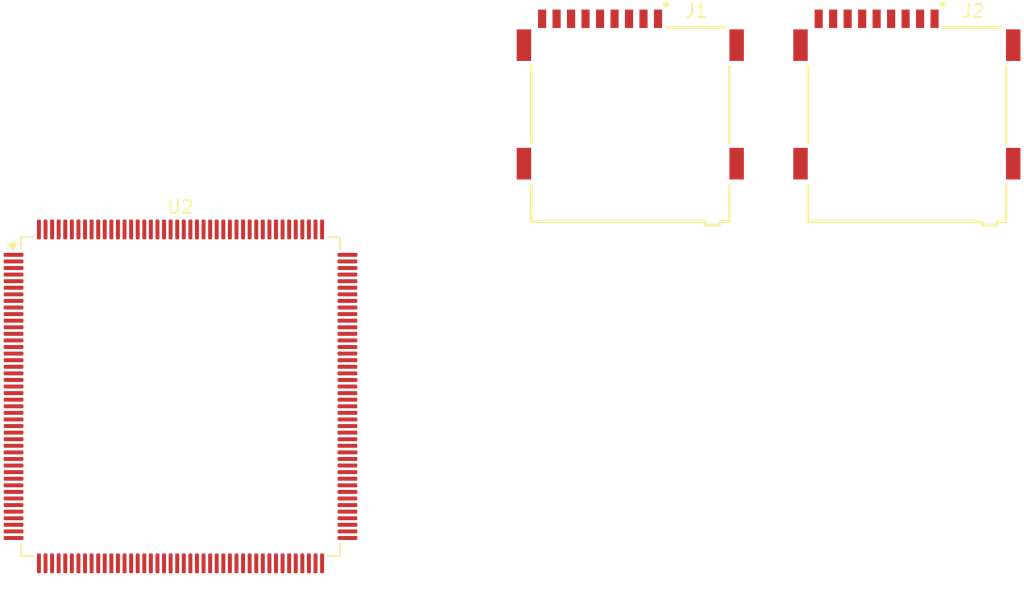
<source format=kicad_pcb>
(kicad_pcb (version 20241229) (generator "pcbnew") (generator_version "9.0")
  (layers (0 "F.Cu" signal) (2 "B.Cu" signal) (13 "F.Paste" user) (15 "B.Paste" user) (5 "F.SilkS" user "F.Silkscreen") (7 "B.SilkS" user "B.Silkscreen") (1 "F.Mask" user) (3 "B.Mask" user) (25 "Edge.Cuts" user))
  (net 0 "")
  (net 1 "VDD")
  (net 3 "VDDDSI")
  (net 6 "GND")
  (net 9 "Net-(U2-VDD33_USB)")
  (net 26 "VDDA")
  (net 28 "Net-(U2-VDD50_USB)")
  (net 46 "VCAP")
  (net 52 "VSSSMPS")
  (net 59 "VSSA")
  (net 78 "VSSDSI")
  (net 119 "/VLXSMPS")
  (net 133 "VDDSMPS")
  (net 134 "VBAT")
  (footprint "UserFootprints:GCT_MEM2075-00-140-01-A" (layer "F.Cu") (at 190 85.5)
    (property "Reference" "J2" (at 5.5 -12 0) (layer "F.SilkS"))
    (property "Value" "Micro_SD_Card_Det1" (hide yes))
    (fp_line (start -7.05 -2) (end -7.05 -7.8) (stroke (width 0.2)) (layer "F.SilkS"))
    (fp_line (start -7.05 3.98) (end -7.05 1.2) (stroke (width 0.2)) (layer "F.SilkS"))
    (fp_line (start -7.05 3.98) (end 6.2 3.98) (stroke (width 0.2)) (layer "F.SilkS"))
    (fp_line (start 3.2 -10.77) (end 7.7 -10.77) (stroke (width 0.2)) (layer "F.SilkS"))
    (fp_line (start 6.2 3.98) (end 6.2 4.23) (stroke (width 0.2)) (layer "F.SilkS"))
    (fp_line (start 6.2 4.23) (end 7.3 4.23) (stroke (width 0.2)) (layer "F.SilkS"))
    (fp_line (start 7.3 3.98) (end 8 3.98) (stroke (width 0.2)) (layer "F.SilkS"))
    (fp_line (start 7.3 4.23) (end 7.3 3.98) (stroke (width 0.2)) (layer "F.SilkS"))
    (fp_line (start 8 -2) (end 8 -7.8) (stroke (width 0.2)) (layer "F.SilkS"))
    (fp_line (start 8 3.98) (end 8 1.2) (stroke (width 0.2)) (layer "F.SilkS"))
    (fp_circle (center 3.2 -12.5) (end 3.32 -12.5) (stroke (width 0.24)) (fill no) (layer "F.SilkS"))
    (pad "" np_thru_hole circle (at -3.4 0) (size 0.95 0.95) (drill 0.95) (layers "*.Cu" "*.Mask"))
    (pad "" np_thru_hole circle (at 3.4 0) (size 0.95 0.95) (drill 0.95) (layers "*.Cu" "*.Mask"))
    (pad "1" smd rect (at 2.58 -11.42) (size 0.62 1.4) (layers "F.Cu" "F.Mask" "F.Paste"))
    (pad "2" smd rect (at 1.48 -11.42) (size 0.62 1.4) (layers "F.Cu" "F.Mask" "F.Paste"))
    (pad "3" smd rect (at 0.38 -11.42) (size 0.62 1.4) (layers "F.Cu" "F.Mask" "F.Paste"))
    (pad "4" smd rect (at -0.72 -11.42) (size 0.62 1.4) (layers "F.Cu" "F.Mask" "F.Paste"))
    (pad "5" smd rect (at -1.82 -11.42) (size 0.62 1.4) (layers "F.Cu" "F.Mask" "F.Paste"))
    (pad "6" smd rect (at -2.92 -11.42) (size 0.62 1.4) (layers "F.Cu" "F.Mask" "F.Paste"))
    (pad "7" smd rect (at -4.02 -11.42) (size 0.62 1.4) (layers "F.Cu" "F.Mask" "F.Paste"))
    (pad "8" smd rect (at -5.12 -11.42) (size 0.62 1.4) (layers "F.Cu" "F.Mask" "F.Paste"))
    (pad "9" smd rect (at -6.22 -11.42) (size 0.62 1.4) (layers "F.Cu" "F.Mask" "F.Paste"))
    (pad "10" smd rect (at -7.6 -9.42) (size 1.1 2.4) (layers "F.Cu" "F.Mask" "F.Paste"))
    (pad "10" smd rect (at -7.6 -0.42) (size 1.1 2.4) (layers "F.Cu" "F.Mask" "F.Paste"))
    (pad "10" smd rect (at 8.55 -9.42) (size 1.1 2.4) (layers "F.Cu" "F.Mask" "F.Paste"))
    (pad "10" smd rect (at 8.55 -0.42) (size 1.1 2.4) (layers "F.Cu" "F.Mask" "F.Paste"))
  )
  (footprint "UserFootprints:GCT_MEM2075-00-140-01-A" (layer "F.Cu") (at 169 85.5)
    (property "Reference" "J1" (at 5.5 -12 0) (layer "F.SilkS"))
    (property "Value" "Micro_SD_Card_Det1" (hide yes))
    (fp_line (start -7.05 -2) (end -7.05 -7.8) (stroke (width 0.2)) (layer "F.SilkS"))
    (fp_line (start -7.05 3.98) (end -7.05 1.2) (stroke (width 0.2)) (layer "F.SilkS"))
    (fp_line (start -7.05 3.98) (end 6.2 3.98) (stroke (width 0.2)) (layer "F.SilkS"))
    (fp_line (start 3.2 -10.77) (end 7.7 -10.77) (stroke (width 0.2)) (layer "F.SilkS"))
    (fp_line (start 6.2 3.98) (end 6.2 4.23) (stroke (width 0.2)) (layer "F.SilkS"))
    (fp_line (start 6.2 4.23) (end 7.3 4.23) (stroke (width 0.2)) (layer "F.SilkS"))
    (fp_line (start 7.3 3.98) (end 8 3.98) (stroke (width 0.2)) (layer "F.SilkS"))
    (fp_line (start 7.3 4.23) (end 7.3 3.98) (stroke (width 0.2)) (layer "F.SilkS"))
    (fp_line (start 8 -2) (end 8 -7.8) (stroke (width 0.2)) (layer "F.SilkS"))
    (fp_line (start 8 3.98) (end 8 1.2) (stroke (width 0.2)) (layer "F.SilkS"))
    (fp_circle (center 3.2 -12.5) (end 3.32 -12.5) (stroke (width 0.24)) (fill no) (layer "F.SilkS"))
    (pad "" np_thru_hole circle (at -3.4 0) (size 0.95 0.95) (drill 0.95) (layers "*.Cu" "*.Mask"))
    (pad "" np_thru_hole circle (at 3.4 0) (size 0.95 0.95) (drill 0.95) (layers "*.Cu" "*.Mask"))
    (pad "1" smd rect (at 2.58 -11.42) (size 0.62 1.4) (layers "F.Cu" "F.Mask" "F.Paste"))
    (pad "2" smd rect (at 1.48 -11.42) (size 0.62 1.4) (layers "F.Cu" "F.Mask" "F.Paste"))
    (pad "3" smd rect (at 0.38 -11.42) (size 0.62 1.4) (layers "F.Cu" "F.Mask" "F.Paste"))
    (pad "4" smd rect (at -0.72 -11.42) (size 0.62 1.4) (layers "F.Cu" "F.Mask" "F.Paste"))
    (pad "5" smd rect (at -1.82 -11.42) (size 0.62 1.4) (layers "F.Cu" "F.Mask" "F.Paste"))
    (pad "6" smd rect (at -2.92 -11.42) (size 0.62 1.4) (layers "F.Cu" "F.Mask" "F.Paste"))
    (pad "7" smd rect (at -4.02 -11.42) (size 0.62 1.4) (layers "F.Cu" "F.Mask" "F.Paste"))
    (pad "8" smd rect (at -5.12 -11.42) (size 0.62 1.4) (layers "F.Cu" "F.Mask" "F.Paste"))
    (pad "9" smd rect (at -6.22 -11.42) (size 0.62 1.4) (layers "F.Cu" "F.Mask" "F.Paste"))
    (pad "10" smd rect (at -7.6 -9.42) (size 1.1 2.4) (layers "F.Cu" "F.Mask" "F.Paste"))
    (pad "10" smd rect (at -7.6 -0.42) (size 1.1 2.4) (layers "F.Cu" "F.Mask" "F.Paste"))
    (pad "10" smd rect (at 8.55 -9.42) (size 1.1 2.4) (layers "F.Cu" "F.Mask" "F.Paste"))
    (pad "10" smd rect (at 8.55 -0.42) (size 1.1 2.4) (layers "F.Cu" "F.Mask" "F.Paste"))
  )
  (footprint "Package_QFP:LQFP-176_24x24mm_P0.5mm" (layer "F.Cu") (at 135.325 102.75)
    (property "Reference" "U2" (at 0 -14.38 0) (layer "F.SilkS"))
    (property "Value" "STM32H747IITx")
    (fp_line (start -12.11 -12.11) (end -11.16 -12.11) (stroke (width 0.12)) (layer "F.SilkS"))
    (fp_line (start -12.11 -11.16) (end -12.11 -12.11) (stroke (width 0.12)) (layer "F.SilkS"))
    (fp_line (start -12.11 12.11) (end -12.11 11.16) (stroke (width 0.12)) (layer "F.SilkS"))
    (fp_line (start -11.16 12.11) (end -12.11 12.11) (stroke (width 0.12)) (layer "F.SilkS"))
    (fp_line (start 11.16 -12.11) (end 12.11 -12.11) (stroke (width 0.12)) (layer "F.SilkS"))
    (fp_line (start 12.11 -12.11) (end 12.11 -11.16) (stroke (width 0.12)) (layer "F.SilkS"))
    (fp_line (start 12.11 11.16) (end 12.11 12.11) (stroke (width 0.12)) (layer "F.SilkS"))
    (fp_line (start 12.11 12.11) (end 11.16 12.11) (stroke (width 0.12)) (layer "F.SilkS"))
    (fp_poly (pts (xy -12.75 -11.16) (xy -13.09 -11.63) (xy -12.41 -11.63)) (stroke (width 0.12)) (fill yes) (layer "F.SilkS"))
    (pad "1" smd roundrect (at -12.675 -10.75) (size 1.5 0.3) (layers "F.Cu" "F.Mask" "F.Paste"))
    (pad "2" smd roundrect (at -12.675 -10.25) (size 1.5 0.3) (layers "F.Cu" "F.Mask" "F.Paste"))
    (pad "3" smd roundrect (at -12.675 -9.75) (size 1.5 0.3) (layers "F.Cu" "F.Mask" "F.Paste"))
    (pad "4" smd roundrect (at -12.675 -9.25) (size 1.5 0.3) (layers "F.Cu" "F.Mask" "F.Paste"))
    (pad "5" smd roundrect (at -12.675 -8.75) (size 1.5 0.3) (layers "F.Cu" "F.Mask" "F.Paste"))
    (pad "6" smd roundrect (at -12.675 -8.25) (size 1.5 0.3) (layers "F.Cu" "F.Mask" "F.Paste") (net 6 "GND"))
    (pad "7" smd roundrect (at -12.675 -7.75) (size 1.5 0.3) (layers "F.Cu" "F.Mask" "F.Paste") (net 1 "VDD"))
    (pad "8" smd roundrect (at -12.675 -7.25) (size 1.5 0.3) (layers "F.Cu" "F.Mask" "F.Paste") (net 134 "VBAT"))
    (pad "9" smd roundrect (at -12.675 -6.75) (size 1.5 0.3) (layers "F.Cu" "F.Mask" "F.Paste"))
    (pad "10" smd roundrect (at -12.675 -6.25) (size 1.5 0.3) (layers "F.Cu" "F.Mask" "F.Paste"))
    (pad "11" smd roundrect (at -12.675 -5.75) (size 1.5 0.3) (layers "F.Cu" "F.Mask" "F.Paste"))
    (pad "12" smd roundrect (at -12.675 -5.25) (size 1.5 0.3) (layers "F.Cu" "F.Mask" "F.Paste") (net 6 "GND"))
    (pad "13" smd roundrect (at -12.675 -4.75) (size 1.5 0.3) (layers "F.Cu" "F.Mask" "F.Paste") (net 1 "VDD"))
    (pad "14" smd roundrect (at -12.675 -4.25) (size 1.5 0.3) (layers "F.Cu" "F.Mask" "F.Paste") (net 52 "VSSSMPS"))
    (pad "15" smd roundrect (at -12.675 -3.75) (size 1.5 0.3) (layers "F.Cu" "F.Mask" "F.Paste") (net 119 "/VLXSMPS"))
    (pad "16" smd roundrect (at -12.675 -3.25) (size 1.5 0.3) (layers "F.Cu" "F.Mask" "F.Paste") (net 133 "VDDSMPS"))
    (pad "17" smd roundrect (at -12.675 -2.75) (size 1.5 0.3) (layers "F.Cu" "F.Mask" "F.Paste") (net 46 "VCAP"))
    (pad "18" smd roundrect (at -12.675 -2.25) (size 1.5 0.3) (layers "F.Cu" "F.Mask" "F.Paste"))
    (pad "19" smd roundrect (at -12.675 -1.75) (size 1.5 0.3) (layers "F.Cu" "F.Mask" "F.Paste"))
    (pad "20" smd roundrect (at -12.675 -1.25) (size 1.5 0.3) (layers "F.Cu" "F.Mask" "F.Paste"))
    (pad "21" smd roundrect (at -12.675 -0.75) (size 1.5 0.3) (layers "F.Cu" "F.Mask" "F.Paste"))
    (pad "22" smd roundrect (at -12.675 -0.25) (size 1.5 0.3) (layers "F.Cu" "F.Mask" "F.Paste"))
    (pad "23" smd roundrect (at -12.675 0.25) (size 1.5 0.3) (layers "F.Cu" "F.Mask" "F.Paste"))
    (pad "24" smd roundrect (at -12.675 0.75) (size 1.5 0.3) (layers "F.Cu" "F.Mask" "F.Paste") (net 6 "GND"))
    (pad "25" smd roundrect (at -12.675 1.25) (size 1.5 0.3) (layers "F.Cu" "F.Mask" "F.Paste") (net 1 "VDD"))
    (pad "26" smd roundrect (at -12.675 1.75) (size 1.5 0.3) (layers "F.Cu" "F.Mask" "F.Paste"))
    (pad "27" smd roundrect (at -12.675 2.25) (size 1.5 0.3) (layers "F.Cu" "F.Mask" "F.Paste"))
    (pad "28" smd roundrect (at -12.675 2.75) (size 1.5 0.3) (layers "F.Cu" "F.Mask" "F.Paste"))
    (pad "29" smd roundrect (at -12.675 3.25) (size 1.5 0.3) (layers "F.Cu" "F.Mask" "F.Paste"))
    (pad "30" smd roundrect (at -12.675 3.75) (size 1.5 0.3) (layers "F.Cu" "F.Mask" "F.Paste"))
    (pad "31" smd roundrect (at -12.675 4.25) (size 1.5 0.3) (layers "F.Cu" "F.Mask" "F.Paste"))
    (pad "32" smd roundrect (at -12.675 4.75) (size 1.5 0.3) (layers "F.Cu" "F.Mask" "F.Paste"))
    (pad "33" smd roundrect (at -12.675 5.25) (size 1.5 0.3) (layers "F.Cu" "F.Mask" "F.Paste"))
    (pad "34" smd roundrect (at -12.675 5.75) (size 1.5 0.3) (layers "F.Cu" "F.Mask" "F.Paste"))
    (pad "35" smd roundrect (at -12.675 6.25) (size 1.5 0.3) (layers "F.Cu" "F.Mask" "F.Paste"))
    (pad "36" smd roundrect (at -12.675 6.75) (size 1.5 0.3) (layers "F.Cu" "F.Mask" "F.Paste"))
    (pad "37" smd roundrect (at -12.675 7.25) (size 1.5 0.3) (layers "F.Cu" "F.Mask" "F.Paste"))
    (pad "38" smd roundrect (at -12.675 7.75) (size 1.5 0.3) (layers "F.Cu" "F.Mask" "F.Paste") (net 59 "VSSA"))
    (pad "39" smd roundrect (at -12.675 8.25) (size 1.5 0.3) (layers "F.Cu" "F.Mask" "F.Paste"))
    (pad "40" smd roundrect (at -12.675 8.75) (size 1.5 0.3) (layers "F.Cu" "F.Mask" "F.Paste") (net 26 "VDDA"))
    (pad "41" smd roundrect (at -12.675 9.25) (size 1.5 0.3) (layers "F.Cu" "F.Mask" "F.Paste"))
    (pad "42" smd roundrect (at -12.675 9.75) (size 1.5 0.3) (layers "F.Cu" "F.Mask" "F.Paste"))
    (pad "43" smd roundrect (at -12.675 10.25) (size 1.5 0.3) (layers "F.Cu" "F.Mask" "F.Paste"))
    (pad "44" smd roundrect (at -12.675 10.75) (size 1.5 0.3) (layers "F.Cu" "F.Mask" "F.Paste") (net 1 "VDD"))
    (pad "45" smd roundrect (at -10.75 12.675) (size 0.3 1.5) (layers "F.Cu" "F.Mask" "F.Paste") (net 6 "GND"))
    (pad "46" smd roundrect (at -10.25 12.675) (size 0.3 1.5) (layers "F.Cu" "F.Mask" "F.Paste"))
    (pad "47" smd roundrect (at -9.75 12.675) (size 0.3 1.5) (layers "F.Cu" "F.Mask" "F.Paste") (net 6 "GND"))
    (pad "48" smd roundrect (at -9.25 12.675) (size 0.3 1.5) (layers "F.Cu" "F.Mask" "F.Paste") (net 1 "VDD"))
    (pad "49" smd roundrect (at -8.75 12.675) (size 0.3 1.5) (layers "F.Cu" "F.Mask" "F.Paste"))
    (pad "50" smd roundrect (at -8.25 12.675) (size 0.3 1.5) (layers "F.Cu" "F.Mask" "F.Paste"))
    (pad "51" smd roundrect (at -7.75 12.675) (size 0.3 1.5) (layers "F.Cu" "F.Mask" "F.Paste"))
    (pad "52" smd roundrect (at -7.25 12.675) (size 0.3 1.5) (layers "F.Cu" "F.Mask" "F.Paste"))
    (pad "53" smd roundrect (at -6.75 12.675) (size 0.3 1.5) (layers "F.Cu" "F.Mask" "F.Paste"))
    (pad "54" smd roundrect (at -6.25 12.675) (size 0.3 1.5) (layers "F.Cu" "F.Mask" "F.Paste"))
    (pad "55" smd roundrect (at -5.75 12.675) (size 0.3 1.5) (layers "F.Cu" "F.Mask" "F.Paste"))
    (pad "56" smd roundrect (at -5.25 12.675) (size 0.3 1.5) (layers "F.Cu" "F.Mask" "F.Paste"))
    (pad "57" smd roundrect (at -4.75 12.675) (size 0.3 1.5) (layers "F.Cu" "F.Mask" "F.Paste"))
    (pad "58" smd roundrect (at -4.25 12.675) (size 0.3 1.5) (layers "F.Cu" "F.Mask" "F.Paste"))
    (pad "59" smd roundrect (at -3.75 12.675) (size 0.3 1.5) (layers "F.Cu" "F.Mask" "F.Paste"))
    (pad "60" smd roundrect (at -3.25 12.675) (size 0.3 1.5) (layers "F.Cu" "F.Mask" "F.Paste"))
    (pad "61" smd roundrect (at -2.75 12.675) (size 0.3 1.5) (layers "F.Cu" "F.Mask" "F.Paste"))
    (pad "62" smd roundrect (at -2.25 12.675) (size 0.3 1.5) (layers "F.Cu" "F.Mask" "F.Paste"))
    (pad "63" smd roundrect (at -1.75 12.675) (size 0.3 1.5) (layers "F.Cu" "F.Mask" "F.Paste"))
    (pad "64" smd roundrect (at -1.25 12.675) (size 0.3 1.5) (layers "F.Cu" "F.Mask" "F.Paste") (net 6 "GND"))
    (pad "65" smd roundrect (at -0.75 12.675) (size 0.3 1.5) (layers "F.Cu" "F.Mask" "F.Paste") (net 1 "VDD"))
    (pad "66" smd roundrect (at -0.25 12.675) (size 0.3 1.5) (layers "F.Cu" "F.Mask" "F.Paste"))
    (pad "67" smd roundrect (at 0.25 12.675) (size 0.3 1.5) (layers "F.Cu" "F.Mask" "F.Paste"))
    (pad "68" smd roundrect (at 0.75 12.675) (size 0.3 1.5) (layers "F.Cu" "F.Mask" "F.Paste"))
    (pad "69" smd roundrect (at 1.25 12.675) (size 0.3 1.5) (layers "F.Cu" "F.Mask" "F.Paste"))
    (pad "70" smd roundrect (at 1.75 12.675) (size 0.3 1.5) (layers "F.Cu" "F.Mask" "F.Paste") (net 6 "GND"))
    (pad "71" smd roundrect (at 2.25 12.675) (size 0.3 1.5) (layers "F.Cu" "F.Mask" "F.Paste") (net 1 "VDD"))
    (pad "72" smd roundrect (at 2.75 12.675) (size 0.3 1.5) (layers "F.Cu" "F.Mask" "F.Paste"))
    (pad "73" smd roundrect (at 3.25 12.675) (size 0.3 1.5) (layers "F.Cu" "F.Mask" "F.Paste"))
    (pad "74" smd roundrect (at 3.75 12.675) (size 0.3 1.5) (layers "F.Cu" "F.Mask" "F.Paste"))
    (pad "75" smd roundrect (at 4.25 12.675) (size 0.3 1.5) (layers "F.Cu" "F.Mask" "F.Paste"))
    (pad "76" smd roundrect (at 4.75 12.675) (size 0.3 1.5) (layers "F.Cu" "F.Mask" "F.Paste"))
    (pad "77" smd roundrect (at 5.25 12.675) (size 0.3 1.5) (layers "F.Cu" "F.Mask" "F.Paste"))
    (pad "78" smd roundrect (at 5.75 12.675) (size 0.3 1.5) (layers "F.Cu" "F.Mask" "F.Paste"))
    (pad "79" smd roundrect (at 6.25 12.675) (size 0.3 1.5) (layers "F.Cu" "F.Mask" "F.Paste"))
    (pad "80" smd roundrect (at 6.75 12.675) (size 0.3 1.5) (layers "F.Cu" "F.Mask" "F.Paste") (net 46 "VCAP"))
    (pad "81" smd roundrect (at 7.25 12.675) (size 0.3 1.5) (layers "F.Cu" "F.Mask" "F.Paste") (net 6 "GND"))
    (pad "82" smd roundrect (at 7.75 12.675) (size 0.3 1.5) (layers "F.Cu" "F.Mask" "F.Paste") (net 46 "VCAP"))
    (pad "83" smd roundrect (at 8.25 12.675) (size 0.3 1.5) (layers "F.Cu" "F.Mask" "F.Paste") (net 6 "GND"))
    (pad "84" smd roundrect (at 8.75 12.675) (size 0.3 1.5) (layers "F.Cu" "F.Mask" "F.Paste") (net 1 "VDD"))
    (pad "85" smd roundrect (at 9.25 12.675) (size 0.3 1.5) (layers "F.Cu" "F.Mask" "F.Paste"))
    (pad "86" smd roundrect (at 9.75 12.675) (size 0.3 1.5) (layers "F.Cu" "F.Mask" "F.Paste"))
    (pad "87" smd roundrect (at 10.25 12.675) (size 0.3 1.5) (layers "F.Cu" "F.Mask" "F.Paste"))
    (pad "88" smd roundrect (at 10.75 12.675) (size 0.3 1.5) (layers "F.Cu" "F.Mask" "F.Paste"))
    (pad "89" smd roundrect (at 12.675 10.75) (size 1.5 0.3) (layers "F.Cu" "F.Mask" "F.Paste"))
    (pad "90" smd roundrect (at 12.675 10.25) (size 1.5 0.3) (layers "F.Cu" "F.Mask" "F.Paste"))
    (pad "91" smd roundrect (at 12.675 9.75) (size 1.5 0.3) (layers "F.Cu" "F.Mask" "F.Paste"))
    (pad "92" smd roundrect (at 12.675 9.25) (size 1.5 0.3) (layers "F.Cu" "F.Mask" "F.Paste") (net 1 "VDD"))
    (pad "93" smd roundrect (at 12.675 8.75) (size 1.5 0.3) (layers "F.Cu" "F.Mask" "F.Paste") (net 6 "GND"))
    (pad "94" smd roundrect (at 12.675 8.25) (size 1.5 0.3) (layers "F.Cu" "F.Mask" "F.Paste"))
    (pad "95" smd roundrect (at 12.675 7.75) (size 1.5 0.3) (layers "F.Cu" "F.Mask" "F.Paste"))
    (pad "96" smd roundrect (at 12.675 7.25) (size 1.5 0.3) (layers "F.Cu" "F.Mask" "F.Paste"))
    (pad "97" smd roundrect (at 12.675 6.75) (size 1.5 0.3) (layers "F.Cu" "F.Mask" "F.Paste"))
    (pad "98" smd roundrect (at 12.675 6.25) (size 1.5 0.3) (layers "F.Cu" "F.Mask" "F.Paste"))
    (pad "99" smd roundrect (at 12.675 5.75) (size 1.5 0.3) (layers "F.Cu" "F.Mask" "F.Paste") (net 1 "VDD"))
    (pad "100" smd roundrect (at 12.675 5.25) (size 1.5 0.3) (layers "F.Cu" "F.Mask" "F.Paste") (net 6 "GND"))
    (pad "101" smd roundrect (at 12.675 4.75) (size 1.5 0.3) (layers "F.Cu" "F.Mask" "F.Paste"))
    (pad "102" smd roundrect (at 12.675 4.25) (size 1.5 0.3) (layers "F.Cu" "F.Mask" "F.Paste") (net 3 "VDDDSI"))
    (pad "103" smd roundrect (at 12.675 3.75) (size 1.5 0.3) (layers "F.Cu" "F.Mask" "F.Paste"))
    (pad "104" smd roundrect (at 12.675 3.25) (size 1.5 0.3) (layers "F.Cu" "F.Mask" "F.Paste"))
    (pad "105" smd roundrect (at 12.675 2.75) (size 1.5 0.3) (layers "F.Cu" "F.Mask" "F.Paste") (net 78 "VSSDSI"))
    (pad "106" smd roundrect (at 12.675 2.25) (size 1.5 0.3) (layers "F.Cu" "F.Mask" "F.Paste"))
    (pad "107" smd roundrect (at 12.675 1.75) (size 1.5 0.3) (layers "F.Cu" "F.Mask" "F.Paste"))
    (pad "108" smd roundrect (at 12.675 1.25) (size 1.5 0.3) (layers "F.Cu" "F.Mask" "F.Paste") (net 3 "VDDDSI"))
    (pad "109" smd roundrect (at 12.675 0.75) (size 1.5 0.3) (layers "F.Cu" "F.Mask" "F.Paste") (net 78 "VSSDSI"))
    (pad "110" smd roundrect (at 12.675 0.25) (size 1.5 0.3) (layers "F.Cu" "F.Mask" "F.Paste"))
    (pad "111" smd roundrect (at 12.675 -0.25) (size 1.5 0.3) (layers "F.Cu" "F.Mask" "F.Paste"))
    (pad "112" smd roundrect (at 12.675 -0.75) (size 1.5 0.3) (layers "F.Cu" "F.Mask" "F.Paste") (net 6 "GND"))
    (pad "113" smd roundrect (at 12.675 -1.25) (size 1.5 0.3) (layers "F.Cu" "F.Mask" "F.Paste") (net 1 "VDD"))
    (pad "114" smd roundrect (at 12.675 -1.75) (size 1.5 0.3) (layers "F.Cu" "F.Mask" "F.Paste"))
    (pad "115" smd roundrect (at 12.675 -2.25) (size 1.5 0.3) (layers "F.Cu" "F.Mask" "F.Paste"))
    (pad "116" smd roundrect (at 12.675 -2.75) (size 1.5 0.3) (layers "F.Cu" "F.Mask" "F.Paste"))
    (pad "117" smd roundrect (at 12.675 -3.25) (size 1.5 0.3) (layers "F.Cu" "F.Mask" "F.Paste"))
    (pad "118" smd roundrect (at 12.675 -3.75) (size 1.5 0.3) (layers "F.Cu" "F.Mask" "F.Paste"))
    (pad "119" smd roundrect (at 12.675 -4.25) (size 1.5 0.3) (layers "F.Cu" "F.Mask" "F.Paste") (net 6 "GND"))
    (pad "120" smd roundrect (at 12.675 -4.75) (size 1.5 0.3) (layers "F.Cu" "F.Mask" "F.Paste") (net 28 "Net-(U2-VDD50_USB)"))
    (pad "121" smd roundrect (at 12.675 -5.25) (size 1.5 0.3) (layers "F.Cu" "F.Mask" "F.Paste") (net 9 "Net-(U2-VDD33_USB)"))
    (pad "122" smd roundrect (at 12.675 -5.75) (size 1.5 0.3) (layers "F.Cu" "F.Mask" "F.Paste"))
    (pad "123" smd roundrect (at 12.675 -6.25) (size 1.5 0.3) (layers "F.Cu" "F.Mask" "F.Paste"))
    (pad "124" smd roundrect (at 12.675 -6.75) (size 1.5 0.3) (layers "F.Cu" "F.Mask" "F.Paste"))
    (pad "125" smd roundrect (at 12.675 -7.25) (size 1.5 0.3) (layers "F.Cu" "F.Mask" "F.Paste"))
    (pad "126" smd roundrect (at 12.675 -7.75) (size 1.5 0.3) (layers "F.Cu" "F.Mask" "F.Paste") (net 1 "VDD"))
    (pad "127" smd roundrect (at 12.675 -8.25) (size 1.5 0.3) (layers "F.Cu" "F.Mask" "F.Paste"))
    (pad "128" smd roundrect (at 12.675 -8.75) (size 1.5 0.3) (layers "F.Cu" "F.Mask" "F.Paste"))
    (pad "129" smd roundrect (at 12.675 -9.25) (size 1.5 0.3) (layers "F.Cu" "F.Mask" "F.Paste"))
    (pad "130" smd roundrect (at 12.675 -9.75) (size 1.5 0.3) (layers "F.Cu" "F.Mask" "F.Paste"))
    (pad "131" smd roundrect (at 12.675 -10.25) (size 1.5 0.3) (layers "F.Cu" "F.Mask" "F.Paste"))
    (pad "132" smd roundrect (at 12.675 -10.75) (size 1.5 0.3) (layers "F.Cu" "F.Mask" "F.Paste"))
    (pad "133" smd roundrect (at 10.75 -12.675) (size 0.3 1.5) (layers "F.Cu" "F.Mask" "F.Paste") (net 46 "VCAP"))
    (pad "134" smd roundrect (at 10.25 -12.675) (size 0.3 1.5) (layers "F.Cu" "F.Mask" "F.Paste") (net 6 "GND"))
    (pad "135" smd roundrect (at 9.75 -12.675) (size 0.3 1.5) (layers "F.Cu" "F.Mask" "F.Paste") (net 46 "VCAP"))
    (pad "136" smd roundrect (at 9.25 -12.675) (size 0.3 1.5) (layers "F.Cu" "F.Mask" "F.Paste") (net 1 "VDD"))
    (pad "137" smd roundrect (at 8.75 -12.675) (size 0.3 1.5) (layers "F.Cu" "F.Mask" "F.Paste") (net 6 "GND"))
    (pad "138" smd roundrect (at 8.25 -12.675) (size 0.3 1.5) (layers "F.Cu" "F.Mask" "F.Paste"))
    (pad "139" smd roundrect (at 7.75 -12.675) (size 0.3 1.5) (layers "F.Cu" "F.Mask" "F.Paste"))
    (pad "140" smd roundrect (at 7.25 -12.675) (size 0.3 1.5) (layers "F.Cu" "F.Mask" "F.Paste"))
    (pad "141" smd roundrect (at 6.75 -12.675) (size 0.3 1.5) (layers "F.Cu" "F.Mask" "F.Paste"))
    (pad "142" smd roundrect (at 6.25 -12.675) (size 0.3 1.5) (layers "F.Cu" "F.Mask" "F.Paste"))
    (pad "143" smd roundrect (at 5.75 -12.675) (size 0.3 1.5) (layers "F.Cu" "F.Mask" "F.Paste"))
    (pad "144" smd roundrect (at 5.25 -12.675) (size 0.3 1.5) (layers "F.Cu" "F.Mask" "F.Paste"))
    (pad "145" smd roundrect (at 4.75 -12.675) (size 0.3 1.5) (layers "F.Cu" "F.Mask" "F.Paste"))
    (pad "146" smd roundrect (at 4.25 -12.675) (size 0.3 1.5) (layers "F.Cu" "F.Mask" "F.Paste"))
    (pad "147" smd roundrect (at 3.75 -12.675) (size 0.3 1.5) (layers "F.Cu" "F.Mask" "F.Paste"))
    (pad "148" smd roundrect (at 3.25 -12.675) (size 0.3 1.5) (layers "F.Cu" "F.Mask" "F.Paste"))
    (pad "149" smd roundrect (at 2.75 -12.675) (size 0.3 1.5) (layers "F.Cu" "F.Mask" "F.Paste"))
    (pad "150" smd roundrect (at 2.25 -12.675) (size 0.3 1.5) (layers "F.Cu" "F.Mask" "F.Paste"))
    (pad "151" smd roundrect (at 1.75 -12.675) (size 0.3 1.5) (layers "F.Cu" "F.Mask" "F.Paste") (net 6 "GND"))
    (pad "152" smd roundrect (at 1.25 -12.675) (size 0.3 1.5) (layers "F.Cu" "F.Mask" "F.Paste") (net 1 "VDD"))
    (pad "153" smd roundrect (at 0.75 -12.675) (size 0.3 1.5) (layers "F.Cu" "F.Mask" "F.Paste"))
    (pad "154" smd roundrect (at 0.25 -12.675) (size 0.3 1.5) (layers "F.Cu" "F.Mask" "F.Paste"))
    (pad "155" smd roundrect (at -0.25 -12.675) (size 0.3 1.5) (layers "F.Cu" "F.Mask" "F.Paste"))
    (pad "156" smd roundrect (at -0.75 -12.675) (size 0.3 1.5) (layers "F.Cu" "F.Mask" "F.Paste"))
    (pad "157" smd roundrect (at -1.25 -12.675) (size 0.3 1.5) (layers "F.Cu" "F.Mask" "F.Paste"))
    (pad "158" smd roundrect (at -1.75 -12.675) (size 0.3 1.5) (layers "F.Cu" "F.Mask" "F.Paste"))
    (pad "159" smd roundrect (at -2.25 -12.675) (size 0.3 1.5) (layers "F.Cu" "F.Mask" "F.Paste") (net 6 "GND"))
    (pad "160" smd roundrect (at -2.75 -12.675) (size 0.3 1.5) (layers "F.Cu" "F.Mask" "F.Paste") (net 1 "VDD"))
    (pad "161" smd roundrect (at -3.25 -12.675) (size 0.3 1.5) (layers "F.Cu" "F.Mask" "F.Paste"))
    (pad "162" smd roundrect (at -3.75 -12.675) (size 0.3 1.5) (layers "F.Cu" "F.Mask" "F.Paste"))
    (pad "163" smd roundrect (at -4.25 -12.675) (size 0.3 1.5) (layers "F.Cu" "F.Mask" "F.Paste"))
    (pad "164" smd roundrect (at -4.75 -12.675) (size 0.3 1.5) (layers "F.Cu" "F.Mask" "F.Paste"))
    (pad "165" smd roundrect (at -5.25 -12.675) (size 0.3 1.5) (layers "F.Cu" "F.Mask" "F.Paste"))
    (pad "166" smd roundrect (at -5.75 -12.675) (size 0.3 1.5) (layers "F.Cu" "F.Mask" "F.Paste"))
    (pad "167" smd roundrect (at -6.25 -12.675) (size 0.3 1.5) (layers "F.Cu" "F.Mask" "F.Paste"))
    (pad "168" smd roundrect (at -6.75 -12.675) (size 0.3 1.5) (layers "F.Cu" "F.Mask" "F.Paste"))
    (pad "169" smd roundrect (at -7.25 -12.675) (size 0.3 1.5) (layers "F.Cu" "F.Mask" "F.Paste"))
    (pad "170" smd roundrect (at -7.75 -12.675) (size 0.3 1.5) (layers "F.Cu" "F.Mask" "F.Paste"))
    (pad "171" smd roundrect (at -8.25 -12.675) (size 0.3 1.5) (layers "F.Cu" "F.Mask" "F.Paste"))
    (pad "172" smd roundrect (at -8.75 -12.675) (size 0.3 1.5) (layers "F.Cu" "F.Mask" "F.Paste") (net 46 "VCAP"))
    (pad "173" smd roundrect (at -9.25 -12.675) (size 0.3 1.5) (layers "F.Cu" "F.Mask" "F.Paste") (net 6 "GND"))
    (pad "174" smd roundrect (at -9.75 -12.675) (size 0.3 1.5) (layers "F.Cu" "F.Mask" "F.Paste"))
    (pad "175" smd roundrect (at -10.25 -12.675) (size 0.3 1.5) (layers "F.Cu" "F.Mask" "F.Paste") (net 46 "VCAP"))
    (pad "176" smd roundrect (at -10.75 -12.675) (size 0.3 1.5) (layers "F.Cu" "F.Mask" "F.Paste") (net 1 "VDD"))
  )
)
</source>
